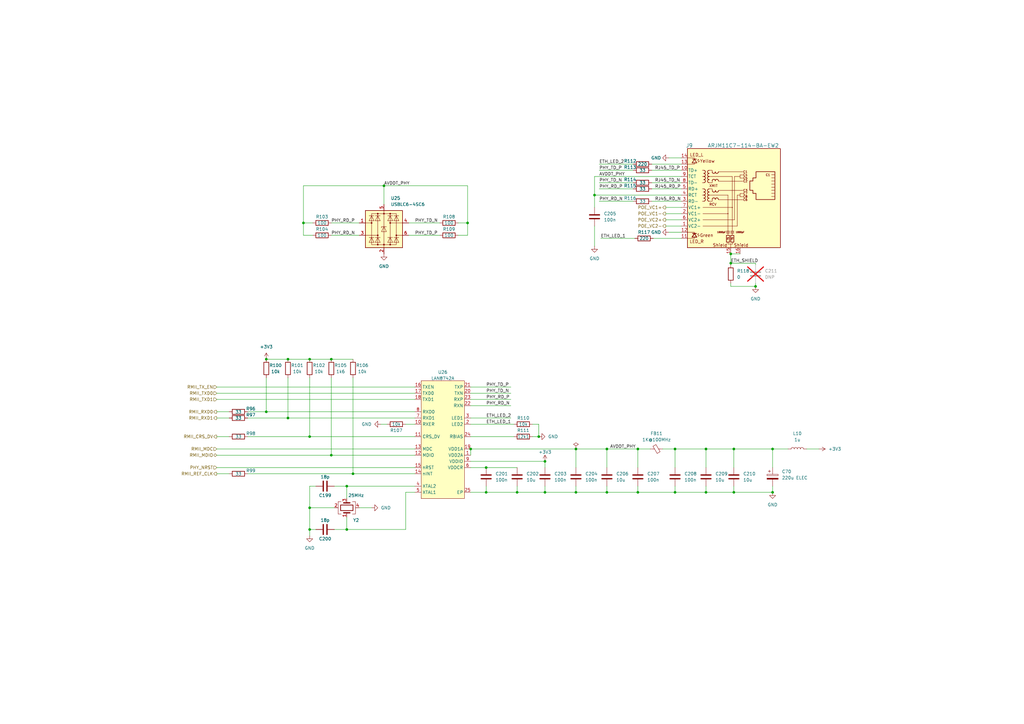
<source format=kicad_sch>
(kicad_sch (version 20230121) (generator eeschema)
  (paper "A3")
  (title_block (title "Ethernet") (date "2023-11-27") (rev "r0_3") (company "M-Labs Limited") (comment 1 "Linus Woo Chun Kit"))
  (lib_symbols
    (symbol "Device:C" (pin_numbers hide) (pin_names (offset 0.254))
      (property "Reference" "C" (at 0.635 2.54 0))
      (property "Value" "C" (at 0.635 -2.54 0))
      (symbol "C_0_1"
        (polyline (pts (xy -2.032 -0.762) (xy 2.032 -0.762)) (stroke (width 0.508)))
        (polyline (pts (xy -2.032 0.762) (xy 2.032 0.762)) (stroke (width 0.508)))
      )
      (symbol "C_1_1"
        (pin passive line (at 0 3.81 270) (length 2.794) (name "~") (number "1"))
        (pin passive line (at 0 -3.81 90) (length 2.794) (name "~") (number "2"))
      )
    )
    (symbol "Device:C_Polarized" (pin_numbers hide) (pin_names (offset 0.254))
      (property "Reference" "C" (at 0.635 2.54 0))
      (property "Value" "C_Polarized" (at 0.635 -2.54 0))
      (symbol "C_Polarized_0_1"
        (rectangle (start -2.286 0.508) (end 2.286 1.016))
        (polyline (pts (xy -1.778 2.286) (xy -0.762 2.286)))
        (polyline (pts (xy -1.27 2.794) (xy -1.27 1.778)))
        (rectangle (start 2.286 -0.508) (end -2.286 -1.016) (fill (type outline)))
      )
      (symbol "C_Polarized_1_1"
        (pin passive line (at 0 3.81 270) (length 2.794) (name "~") (number "1"))
        (pin passive line (at 0 -3.81 90) (length 2.794) (name "~") (number "2"))
      )
    )
    (symbol "Device:Crystal_GND24" (pin_names (offset 1.016) hide)
      (property "Reference" "Y" (at 3.175 5.08 0))
      (property "Value" "Crystal_GND24" (at 3.175 3.175 0))
      (symbol "Crystal_GND24_0_1"
        (rectangle (start -1.143 2.54) (end 1.143 -2.54) (stroke (width 0.3048)))
        (polyline (pts (xy -2.54 0) (xy -2.032 0)))
        (polyline (pts (xy -2.032 -1.27) (xy -2.032 1.27)) (stroke (width 0.508)))
        (polyline (pts (xy 0 -3.81) (xy 0 -3.556)))
        (polyline (pts (xy 0 3.556) (xy 0 3.81)))
        (polyline (pts (xy 2.032 -1.27) (xy 2.032 1.27)) (stroke (width 0.508)))
        (polyline (pts (xy 2.032 0) (xy 2.54 0)))
        (polyline (pts (xy -2.54 -2.286) (xy -2.54 -3.556) (xy 2.54 -3.556) (xy 2.54 -2.286)))
        (polyline (pts (xy -2.54 2.286) (xy -2.54 3.556) (xy 2.54 3.556) (xy 2.54 2.286)))
      )
      (symbol "Crystal_GND24_1_1"
        (pin passive line (at -3.81 0 0) (length 1.27) (name "1") (number "1"))
        (pin passive line (at 0 5.08 270) (length 1.27) (name "2") (number "2"))
        (pin passive line (at 3.81 0 180) (length 1.27) (name "3") (number "3"))
        (pin passive line (at 0 -5.08 90) (length 1.27) (name "4") (number "4"))
      )
    )
    (symbol "Device:FerriteBead_Small" (pin_numbers hide) (pin_names (offset 0))
      (property "Reference" "FB" (at 1.905 1.27 0))
      (property "Value" "FerriteBead_Small" (at 1.905 -1.27 0))
      (symbol "FerriteBead_Small_0_1"
        (polyline (pts (xy 0 -1.27) (xy 0 -0.7874)))
        (polyline (pts (xy 0 0.889) (xy 0 1.2954)))
        (polyline (pts (xy -1.8288 0.2794) (xy -1.1176 1.4986) (xy 1.8288 -0.2032) (xy 1.1176 -1.4224) (xy -1.8288 0.2794)))
      )
      (symbol "FerriteBead_Small_1_1"
        (pin passive line (at 0 2.54 270) (length 1.27) (name "~") (number "1"))
        (pin passive line (at 0 -2.54 90) (length 1.27) (name "~") (number "2"))
      )
    )
    (symbol "Device:L" (pin_numbers hide) (pin_names (offset 1.016) hide)
      (property "Reference" "L" (at -1.27 0 90))
      (property "Value" "L" (at 1.905 0 90))
      (symbol "L_0_1"
        (arc (start 0 -2.54) (mid 0.6323 -1.905) (end 0 -1.27))
        (arc (start 0 -1.27) (mid 0.6323 -0.635) (end 0 0))
        (arc (start 0 0) (mid 0.6323 0.635) (end 0 1.27))
        (arc (start 0 1.27) (mid 0.6323 1.905) (end 0 2.54))
      )
      (symbol "L_1_1"
        (pin passive line (at 0 3.81 270) (length 1.27) (name "1") (number "1"))
        (pin passive line (at 0 -3.81 90) (length 1.27) (name "2") (number "2"))
      )
    )
    (symbol "Device:R" (pin_numbers hide) (pin_names (offset 0))
      (property "Reference" "R" (at 2.032 0 90))
      (property "Value" "R" (at 0 0 90))
      (symbol "R_0_1"
        (rectangle (start -1.016 -2.54) (end 1.016 2.54) (stroke (width 0.254)))
      )
      (symbol "R_1_1"
        (pin passive line (at 0 3.81 270) (length 1.27) (name "~") (number "1"))
        (pin passive line (at 0 -3.81 90) (length 1.27) (name "~") (number "2"))
      )
    )
    (symbol "Power_Protection:USBLC6-4SC6" (pin_names hide)
      (property "Reference" "U" (at 2.54 8.89 0))
      (property "Value" "USBLC6-4SC6" (at 2.54 -8.89 0))
      (symbol "USBLC6-4SC6_0_1"
        (rectangle (start -7.62 -7.62) (end 7.62 7.62) (stroke (width 0.254)) (fill (type background)))
        (circle (center -5.08 2.54) (radius 0.254) (fill (type outline)))
        (circle (center -2.54 -6.35) (radius 0.254) (fill (type outline)))
        (circle (center -2.54 -2.54) (radius 0.254) (fill (type outline)))
        (circle (center -2.54 6.35) (radius 0.254) (fill (type outline)))
        (rectangle (start -2.54 6.35) (end 2.54 -6.35))
        (circle (center 0 -6.35) (radius 0.254) (fill (type outline)))
        (polyline (pts (xy -5.08 2.54) (xy -7.62 2.54)))
        (polyline (pts (xy -4.064 -3.429) (xy -6.096 -3.429)))
        (polyline (pts (xy -4.064 5.461) (xy -6.096 5.461)))
        (polyline (pts (xy -2.54 -2.54) (xy -7.62 -2.54)))
        (polyline (pts (xy -1.524 -3.429) (xy -3.556 -3.429)))
        (polyline (pts (xy -1.524 5.461) (xy -3.556 5.461)))
        (polyline (pts (xy 0 -7.62) (xy 0 -6.35)))
        (polyline (pts (xy 0 -6.35) (xy 0 1.27)))
        (polyline (pts (xy 0 1.27) (xy 0 6.35)))
        (polyline (pts (xy 0 6.35) (xy 0 7.62)))
        (polyline (pts (xy 1.524 -3.429) (xy 3.556 -3.429)))
        (polyline (pts (xy 1.524 5.461) (xy 3.556 5.461)))
        (polyline (pts (xy 2.54 2.54) (xy 7.62 2.54)))
        (polyline (pts (xy 4.064 -3.429) (xy 6.096 -3.429)))
        (polyline (pts (xy 4.064 5.461) (xy 6.096 5.461)))
        (polyline (pts (xy 5.08 -2.54) (xy 7.62 -2.54)))
        (polyline (pts (xy -6.096 -5.461) (xy -4.064 -5.461) (xy -5.08 -3.429) (xy -6.096 -5.461)))
        (polyline (pts (xy -6.096 3.429) (xy -4.064 3.429) (xy -5.08 5.461) (xy -6.096 3.429)))
        (polyline (pts (xy -3.556 -5.461) (xy -1.524 -5.461) (xy -2.54 -3.429) (xy -3.556 -5.461)))
        (polyline (pts (xy -3.556 3.429) (xy -1.524 3.429) (xy -2.54 5.461) (xy -3.556 3.429)))
        (polyline (pts (xy -2.54 6.35) (xy -5.08 6.35) (xy -5.08 -6.35) (xy -2.54 -6.35)))
        (polyline (pts (xy -1.016 -1.016) (xy 1.016 -1.016) (xy 0 1.016) (xy -1.016 -1.016)))
        (polyline (pts (xy 1.016 1.016) (xy 0.762 1.016) (xy -1.016 1.016) (xy -1.016 0.508)))
        (polyline (pts (xy 2.54 6.35) (xy 5.08 6.35) (xy 5.08 -6.35) (xy 2.54 -6.35)))
        (polyline (pts (xy 3.556 -5.461) (xy 1.524 -5.461) (xy 2.54 -3.429) (xy 3.556 -5.461)))
        (polyline (pts (xy 3.556 3.429) (xy 1.524 3.429) (xy 2.54 5.461) (xy 3.556 3.429)))
        (polyline (pts (xy 6.096 -5.461) (xy 4.064 -5.461) (xy 5.08 -3.429) (xy 6.096 -5.461)))
        (polyline (pts (xy 6.096 3.429) (xy 4.064 3.429) (xy 5.08 5.461) (xy 6.096 3.429)))
        (circle (center 0 6.35) (radius 0.254) (fill (type outline)))
        (circle (center 2.54 -6.35) (radius 0.254) (fill (type outline)))
        (circle (center 2.54 2.54) (radius 0.254) (fill (type outline)))
        (circle (center 2.54 6.35) (radius 0.254) (fill (type outline)))
        (circle (center 5.08 -2.54) (radius 0.254) (fill (type outline)))
      )
      (symbol "USBLC6-4SC6_1_1"
        (pin passive line (at -10.16 2.54 0) (length 2.54) (name "I/O1") (number "1"))
        (pin passive line (at 0 -10.16 90) (length 2.54) (name "GND") (number "2"))
        (pin passive line (at -10.16 -2.54 0) (length 2.54) (name "I/O2") (number "3"))
        (pin passive line (at 10.16 2.54 180) (length 2.54) (name "I/O3") (number "4"))
        (pin passive line (at 0 10.16 270) (length 2.54) (name "VBUS") (number "5"))
        (pin passive line (at 10.16 -2.54 180) (length 2.54) (name "I/O4") (number "6"))
      )
    )
    (symbol "kirdy:LAN8742A"
      (property "Reference" "U" (at 0 -30.48 0))
      (property "Value" "LAN8742A" (at 0 -27.94 0))
      (symbol "LAN8742A_0_0"
        (pin power_in line (at 10.16 -7.62 180) (length 2.54) (name "VDD2A") (number "1"))
        (pin bidirectional line (at -12.7 5.08 0) (length 2.54) (name "RXER") (number "10"))
        (pin output line (at -12.7 0 0) (length 2.54) (name "CRS_DV") (number "11"))
        (pin bidirectional line (at -12.7 -7.62 0) (length 2.54) (name "MDIO") (number "12"))
        (pin input line (at -12.7 -5.08 0) (length 2.54) (name "MDC") (number "13"))
        (pin output line (at -12.7 -15.24 0) (length 2.54) (name "nINT") (number "14"))
        (pin input line (at -12.7 -12.7 0) (length 2.54) (name "nRST") (number "15"))
        (pin input line (at -12.7 20.32 0) (length 2.54) (name "TXEN") (number "16"))
        (pin input line (at -12.7 17.78 0) (length 2.54) (name "TXD0") (number "17"))
        (pin input line (at -12.7 15.24 0) (length 2.54) (name "TXD1") (number "18"))
        (pin power_in line (at 10.16 -5.08 180) (length 2.54) (name "VDD1A") (number "19"))
        (pin output line (at 10.16 5.08 180) (length 2.54) (name "LED2") (number "2"))
        (pin bidirectional line (at 10.16 17.78 180) (length 2.54) (name "TXN") (number "20"))
        (pin bidirectional line (at 10.16 20.32 180) (length 2.54) (name "TXP") (number "21"))
        (pin bidirectional line (at 10.16 12.7 180) (length 2.54) (name "RXN") (number "22"))
        (pin bidirectional line (at 10.16 15.24 180) (length 2.54) (name "RXP") (number "23"))
        (pin passive line (at 10.16 0 180) (length 2.54) (name "RBIAS") (number "24"))
        (pin power_in line (at 10.16 -22.86 180) (length 2.54) (name "EP") (number "25"))
        (pin output line (at 10.16 7.62 180) (length 2.54) (name "LED1") (number "3"))
        (pin input line (at -12.7 -20.32 0) (length 2.54) (name "XTAL2") (number "4"))
        (pin input line (at -12.7 -22.86 0) (length 2.54) (name "XTAL1") (number "5"))
        (pin passive line (at 10.16 -12.7 180) (length 2.54) (name "VDDCR") (number "6"))
        (pin output line (at -12.7 7.62 0) (length 2.54) (name "RXD1") (number "7"))
        (pin output line (at -12.7 10.16 0) (length 2.54) (name "RXD0") (number "8"))
        (pin power_in line (at 10.16 -10.16 180) (length 2.54) (name "VDDIO") (number "9"))
      )
      (symbol "LAN8742A_0_1"
        (rectangle (start -10.16 22.86) (end 7.62 -25.4) (fill (type background)))
      )
    )
    (symbol "kirdy:RJ45_ARJM11C7-114-BA-EW2" (pin_names (offset 0.254))
      (property "Reference" "J" (at 1.27 1.27 0))
      (property "Value" "ARJM11C7-114-BA-EW2" (at 24.13 1.27 0))
      (property "MFR_PN" "ARJM11C7-114-BA-EW2" (at 0 0 0))
      (symbol "RJ45_ARJM11C7-114-BA-EW2_0_0"
        (polyline (pts (xy 17.272 -34.544) (xy 16.002 -34.544)) (stroke (width 0.254)))
        (polyline (pts (xy 17.272 -33.909) (xy 16.002 -33.909)) (stroke (width 0.254)))
        (polyline (pts (xy 19.05 -34.544) (xy 17.78 -34.544)) (stroke (width 0.254)))
        (polyline (pts (xy 19.05 -33.909) (xy 17.78 -33.909)) (stroke (width 0.254)))
        (polyline (pts (xy 0 -36.83) (xy 2.921 -36.83) (xy 2.921 -36.322)))
        (polyline (pts (xy 0 -6.35) (xy 2.921 -6.35) (xy 2.921 -5.842)))
        (polyline (pts (xy 2.921 -34.925) (xy 2.921 -34.29) (xy 0 -34.29)))
        (polyline (pts (xy 2.921 -4.445) (xy 2.921 -3.81) (xy 0 -3.81)))
        (polyline (pts (xy 16.637 -38.481) (xy 16.637 -39.116) (xy 18.542 -39.116) (xy 18.542 -38.481)))
        (text "C1" (at 23.749 -9.525 0) (effects (font (size 0.889 0.889))))
        (text "C1" (at 33.02 -10.795 0) (effects (font (size 0.889 0.889))))
        (text "C2" (at 23.749 -13.335 0) (effects (font (size 0.889 0.889))))
        (text "C3" (at 23.749 -17.145 0) (effects (font (size 0.889 0.889))))
        (text "C4" (at 23.749 -10.795 0) (effects (font (size 0.889 0.889))))
        (text "C5" (at 23.749 -12.065 0) (effects (font (size 0.889 0.889))))
        (text "C6" (at 23.749 -20.955 0) (effects (font (size 0.889 0.889))))
        (text "C7" (at 23.749 -18.415 0) (effects (font (size 0.889 0.889))))
        (text "C8" (at 23.749 -19.685 0) (effects (font (size 0.889 0.889))))
        (text "RCV" (at 8.89 -22.86 0) (effects (font (size 1.016 1.016)) (justify left)))
        (text "XMIT" (at 8.89 -15.24 0) (effects (font (size 1.016 1.016)) (justify left)))
      )
      (symbol "RJ45_ARJM11C7-114-BA-EW2_0_1"
        (polyline (pts (xy 6.35 -31.75) (xy 20.447 -31.75)))
        (polyline (pts (xy 6.35 -29.21) (xy 19.304 -29.21)))
        (polyline (pts (xy 6.35 -26.67) (xy 16.637 -26.67)))
        (polyline (pts (xy 6.35 -24.13) (xy 18.415 -24.13)))
        (polyline (pts (xy 6.7337 -21.59) (xy 6.0987 -21.59)))
        (polyline (pts (xy 6.7337 -19.05) (xy 6.0987 -19.05)))
        (polyline (pts (xy 6.7337 -16.51) (xy 6.0987 -16.51)))
        (polyline (pts (xy 6.7337 -13.97) (xy 6.0987 -13.97)))
        (polyline (pts (xy 6.7337 -11.43) (xy 6.0987 -11.43)))
        (polyline (pts (xy 6.7337 -8.89) (xy 6.0987 -8.89)))
        (polyline (pts (xy 12.7 -20.955) (xy 22.733 -20.955)))
        (polyline (pts (xy 12.7 -13.335) (xy 22.733 -13.335)))
        (polyline (pts (xy 12.7 -9.525) (xy 22.733 -9.525)))
        (polyline (pts (xy 12.827 -17.145) (xy 22.733 -17.145)))
        (polyline (pts (xy 16.637 -35.433) (xy 16.637 -34.671)))
        (polyline (pts (xy 16.637 -33.909) (xy 16.637 -19.05)))
        (polyline (pts (xy 16.637 -19.05) (xy 8.89 -19.05)))
        (polyline (pts (xy 18.415 -35.433) (xy 18.415 -34.671)))
        (polyline (pts (xy 18.415 -33.909) (xy 18.415 -11.43)))
        (polyline (pts (xy 18.415 -24.13) (xy 18.415 -24.13)))
        (polyline (pts (xy 18.415 -11.43) (xy 8.89 -11.43)))
        (polyline (pts (xy 19.304 -11.43) (xy 19.304 -29.21)))
        (polyline (pts (xy 20.447 -19.05) (xy 20.447 -31.75)))
        (polyline (pts (xy 21.59 -19.685) (xy 21.59 -18.415)))
        (polyline (pts (xy 21.59 -19.05) (xy 20.447 -19.05)))
        (polyline (pts (xy 21.59 -12.065) (xy 21.59 -10.795)))
        (polyline (pts (xy 21.59 -11.43) (xy 19.304 -11.43)))
        (polyline (pts (xy 22.733 -19.685) (xy 21.59 -19.685)))
        (polyline (pts (xy 22.733 -18.415) (xy 21.59 -18.415)))
        (polyline (pts (xy 22.733 -12.065) (xy 21.59 -12.065)))
        (polyline (pts (xy 22.733 -10.795) (xy 21.59 -10.795)))
        (polyline (pts (xy 34.4805 -19.6215) (xy 35.7505 -19.6215)))
        (polyline (pts (xy 34.4805 -18.3515) (xy 35.7505 -18.3515)))
        (polyline (pts (xy 34.4805 -10.7315) (xy 35.7505 -10.7315)))
        (polyline (pts (xy 35.7505 -17.0815) (xy 34.4805 -17.0815)))
        (polyline (pts (xy 35.7505 -15.8115) (xy 34.4805 -15.8115)))
        (polyline (pts (xy 35.7505 -14.5415) (xy 34.4805 -14.5415)))
        (polyline (pts (xy 35.7505 -13.2715) (xy 34.4805 -13.2715)))
        (polyline (pts (xy 35.7505 -12.0015) (xy 34.4805 -12.0015)))
        (polyline (pts (xy 8.89 -16.51) (xy 10.16 -16.51) (xy 10.16 -17.145)))
        (polyline (pts (xy 8.89 -8.89) (xy 10.16 -8.89) (xy 10.16 -9.525)))
        (polyline (pts (xy 10.16 -20.955) (xy 10.16 -21.59) (xy 8.89 -21.59)))
        (polyline (pts (xy 10.16 -13.335) (xy 10.16 -13.97) (xy 8.89 -13.97)))
        (rectangle (start 0 0) (end 38.1 -40.64) (stroke (width 0.254)) (fill (type background)))
        (circle (center 16.637 -26.67) (radius 0.127))
        (circle (center 18.415 -24.13) (radius 0.127))
      )
      (symbol "RJ45_ARJM11C7-114-BA-EW2_1_0"
        (text "1000pF" (at 13.97 -34.29 0) (effects (font (size 0.635 0.635))))
        (text "1000pF" (at 21.59 -34.29 0) (effects (font (size 0.635 0.635))))
      )
      (symbol "RJ45_ARJM11C7-114-BA-EW2_1_1"
        (polyline (pts (xy 3.6576 -34.798) (xy 2.1336 -34.798)) (stroke (width 0.254)))
        (polyline (pts (xy 3.683 -34.798) (xy 2.159 -34.798)) (stroke (width 0.254)))
        (polyline (pts (xy 3.683 -4.318) (xy 2.159 -4.318)) (stroke (width 0.254)))
        (polyline (pts (xy 4.5466 -34.925) (xy 4.5466 -35.179)))
        (polyline (pts (xy 4.572 -4.445) (xy 4.572 -4.699)))
        (polyline (pts (xy 4.8006 -35.56) (xy 4.8006 -35.814)))
        (polyline (pts (xy 4.826 -5.08) (xy 4.826 -5.334)))
        (polyline (pts (xy 17.8054 -40.64) (xy 17.8054 -39.116)))
        (polyline (pts (xy 4.0386 -35.433) (xy 4.5466 -34.925) (xy 4.2926 -34.925)))
        (polyline (pts (xy 4.064 -4.953) (xy 4.572 -4.445) (xy 4.318 -4.445)))
        (polyline (pts (xy 4.2926 -36.068) (xy 4.8006 -35.56) (xy 4.5466 -35.56)))
        (polyline (pts (xy 4.318 -5.588) (xy 4.826 -5.08) (xy 4.572 -5.08)))
        (polyline (pts (xy 3.7846 -36.322) (xy 1.8796 -36.322) (xy 2.8956 -34.798) (xy 3.7846 -36.322)) (stroke (width 0.254)))
        (polyline (pts (xy 3.81 -36.322) (xy 1.905 -36.322) (xy 2.921 -34.798) (xy 3.81 -36.322)) (stroke (width 0.254)))
        (polyline (pts (xy 3.81 -5.842) (xy 1.905 -5.842) (xy 2.921 -4.318) (xy 3.81 -5.842)) (stroke (width 0.254)))
        (polyline (pts (xy 35.8775 -9.4615) (xy 35.8775 -20.8915) (xy 28.1305 -20.8915) (xy 28.1305 -18.3515) (xy 26.8605 -18.3515) (xy 26.8605 -17.0815) (xy 25.5905 -17.0815) (xy 25.5905 -13.2715) (xy 26.8605 -13.2715) (xy 26.8605 -12.0015) (xy 28.1305 -12.0015) (xy 28.1305 -9.4615) (xy 35.8775 -9.4615)) (stroke (width 0.254)))
        (arc (start 6.7337 -17.78) (mid 7.366 -17.145) (end 6.7337 -16.51) (stroke (width 0.254)))
        (arc (start 6.7364 -21.59) (mid 7.3687 -20.955) (end 6.7364 -20.32) (stroke (width 0.254)))
        (arc (start 6.7364 -20.32) (mid 7.3687 -19.685) (end 6.7364 -19.05) (stroke (width 0.254)))
        (arc (start 6.7364 -19.05) (mid 7.3687 -18.415) (end 6.7364 -17.78) (stroke (width 0.254)))
        (arc (start 6.7364 -10.16) (mid 7.3687 -9.525) (end 6.7364 -8.89) (stroke (width 0.254)))
        (arc (start 6.7391 -13.97) (mid 7.3714 -13.335) (end 6.7391 -12.7) (stroke (width 0.254)))
        (arc (start 6.7391 -12.7) (mid 7.3714 -12.065) (end 6.7391 -11.43) (stroke (width 0.254)))
        (arc (start 6.7391 -11.43) (mid 7.3714 -10.795) (end 6.7391 -10.16) (stroke (width 0.254)))
        (arc (start 8.8846 -19.05) (mid 8.2523 -19.685) (end 8.8846 -20.32) (stroke (width 0.254)))
        (arc (start 8.8846 -17.78) (mid 8.2523 -18.415) (end 8.8846 -19.05) (stroke (width 0.254)))
        (arc (start 8.8846 -16.51) (mid 8.2523 -17.145) (end 8.8846 -17.78) (stroke (width 0.254)))
        (arc (start 8.8846 -11.43) (mid 8.2523 -12.065) (end 8.8846 -12.7) (stroke (width 0.254)))
        (arc (start 8.8846 -10.16) (mid 8.2523 -10.795) (end 8.8846 -11.43) (stroke (width 0.254)))
        (arc (start 8.8846 -8.89) (mid 8.2523 -9.525) (end 8.8846 -10.16) (stroke (width 0.254)))
        (arc (start 8.8873 -20.32) (mid 8.255 -20.955) (end 8.8873 -21.59) (stroke (width 0.254)))
        (arc (start 8.8873 -12.7) (mid 8.255 -13.335) (end 8.8873 -13.97) (stroke (width 0.254)))
        (arc (start 10.16 -9.5277) (mid 10.795 -10.16) (end 11.43 -9.5277) (stroke (width 0.254)))
        (arc (start 10.2235 -17.2112) (mid 10.8585 -17.8435) (end 11.4935 -17.2112) (stroke (width 0.254)))
        (arc (start 11.43 -20.8253) (mid 10.795 -20.193) (end 10.16 -20.8253) (stroke (width 0.254)))
        (arc (start 11.43 -13.2053) (mid 10.795 -12.573) (end 10.16 -13.2053) (stroke (width 0.254)))
        (arc (start 11.43 -9.525) (mid 12.065 -10.1573) (end 12.7 -9.525) (stroke (width 0.254)))
        (arc (start 11.4935 -17.2085) (mid 12.1285 -17.8408) (end 12.7635 -17.2085) (stroke (width 0.254)))
        (arc (start 12.7 -20.8226) (mid 12.065 -20.1903) (end 11.43 -20.8226) (stroke (width 0.254)))
        (arc (start 12.7 -13.2026) (mid 12.065 -12.5703) (end 11.43 -13.2026) (stroke (width 0.254)))
        (rectangle (start 16.002 -38.354) (end 17.272 -35.56) (stroke (width 0.254)))
        (rectangle (start 17.78 -38.354) (end 19.05 -35.56) (stroke (width 0.254)))
        (text "75" (at 16.637 -36.957 900) (effects (font (size 0.635 0.635))))
        (text "75" (at 18.415 -36.957 900) (effects (font (size 0.635 0.635))))
        (text "Green" (at 5.08 -35.56 0) (effects (font (size 1.27 1.27)) (justify left)))
        (text "LED_L" (at 3.81 -2.54 0) (effects (font (size 1.27 1.27))))
        (text "LED_R" (at 3.81 -38.1 0) (effects (font (size 1.27 1.27))))
        (text "Shield" (at 13.3858 -39.5986 0) (effects (font (size 1.27 1.27))))
        (text "Shield" (at 22.0218 -39.5986 0) (effects (font (size 1.27 1.27))))
        (text "Yellow" (at 5.08 -5.08 0) (effects (font (size 1.27 1.27)) (justify left)))
        (pin power_out line (at -2.54 -31.75 0) (length 2.54) (name "VC2-") (number "1"))
        (pin passive line (at -2.54 -8.89 0) (length 2.54) (name "TD+") (number "10"))
        (pin passive line (at -2.54 -36.83 0) (length 2.54) (name "") (number "11"))
        (pin passive line (at -2.54 -34.29 0) (length 2.54) (name "") (number "12"))
        (pin passive line (at -2.54 -6.35 0) (length 2.54) (name "") (number "13"))
        (pin passive line (at -2.54 -3.81 0) (length 2.54) (name "") (number "14"))
        (pin passive line (at 17.78 -43.18 90) (length 2.54) (name "") (number "15"))
        (pin passive line (at 21.59 -43.18 90) (length 2.54) (name "") (number "16"))
        (pin power_out line (at -2.54 -26.67 0) (length 2.54) (name "VC1-") (number "2"))
        (pin passive line (at -2.54 -21.59 0) (length 2.54) (name "RD-") (number "3"))
        (pin passive line (at -2.54 -19.05 0) (length 2.54) (name "RCT") (number "4"))
        (pin passive line (at -2.54 -16.51 0) (length 2.54) (name "RD+") (number "5"))
        (pin power_out line (at -2.54 -29.21 0) (length 2.54) (name "VC2+") (number "6"))
        (pin power_out line (at -2.54 -24.13 0) (length 2.54) (name "VC1+") (number "7"))
        (pin no_connect line (at 22.86 -13.97 180) (length 0) hide (name "NC") (number "8"))
        (pin passive line (at -2.54 -13.97 0) (length 2.54) (name "TD-") (number "8"))
        (pin passive line (at -2.54 -11.43 0) (length 2.54) (name "TCT") (number "9"))
      )
    )
    (symbol "power:+3V3" (power) (pin_names (offset 0))
      (property "Value" "+3V3" (at 0 3.556 0))
      (symbol "+3V3_0_1"
        (polyline (pts (xy -0.762 1.27) (xy 0 2.54)))
        (polyline (pts (xy 0 0) (xy 0 2.54)))
        (polyline (pts (xy 0 2.54) (xy 0.762 1.27)))
      )
      (symbol "+3V3_1_1"
        (pin power_in line (at 0 0 90) (length 0) hide (name "+3V3") (number "1"))
      )
    )
    (symbol "power:GND" (power) (pin_names (offset 0))
      (property "Value" "GND" (at 0 -3.81 0))
      (symbol "GND_0_1"
        (polyline (pts (xy 0 0) (xy 0 -1.27) (xy 1.27 -1.27) (xy 0 -2.54) (xy -1.27 -1.27) (xy 0 -1.27)))
      )
      (symbol "GND_1_1"
        (pin power_in line (at 0 0 270) (length 0) hide (name "GND") (number "1"))
      )
    )
    (symbol "power:PWR_FLAG" (power) (pin_numbers hide) (pin_names (offset 0) hide)
      (property "Value" "PWR_FLAG" (at 0 3.81 0))
      (symbol "PWR_FLAG_0_0"
        (pin power_out line (at 0 0 90) (length 0) (name "pwr") (number "1"))
      )
      (symbol "PWR_FLAG_0_1"
        (polyline (pts (xy 0 0) (xy 0 1.27) (xy -1.016 1.905) (xy 0 2.54) (xy 1.016 1.905) (xy 0 1.27)))
      )
    )
  )
  (junction (at 316.865 184.15))
  (junction (at 223.52 201.93))
  (junction (at 127 217.17))
  (junction (at 157.48 76.2))
  (junction (at 109.22 168.91))
  (junction (at 300.99 201.93))
  (junction (at 135.89 147.32))
  (junction (at 191.77 91.44))
  (junction (at 300.99 184.15))
  (junction (at 236.22 184.15))
  (junction (at 135.89 186.69))
  (junction (at 212.09 201.93))
  (junction (at 248.92 184.15))
  (junction (at 127 147.32))
  (junction (at 109.22 147.32))
  (junction (at 289.56 184.15))
  (junction (at 118.11 171.45))
  (junction (at 144.78 194.31))
  (junction (at 316.865 201.93))
  (junction (at 220.98 179.07))
  (junction (at 309.88 117.475))
  (junction (at 236.22 201.93))
  (junction (at 276.86 201.93))
  (junction (at 199.39 201.93))
  (junction (at 127 208.28))
  (junction (at 261.62 201.93))
  (junction (at 142.24 217.17))
  (junction (at 199.39 191.77))
  (junction (at 299.72 107.95))
  (junction (at 276.86 184.15))
  (junction (at 243.84 80.01))
  (junction (at 127 179.07))
  (junction (at 261.62 184.15))
  (junction (at 248.92 201.93))
  (junction (at 223.52 189.23))
  (junction (at 124.46 91.44))
  (junction (at 118.11 147.32))
  (junction (at 142.24 199.39))
  (junction (at 193.04 184.15))
  (junction (at 289.56 201.93))
  (junction (at 299.72 104.14))
  (wire (pts (xy 127 147.32) (xy 135.89 147.32)))
  (wire (pts (xy 289.56 184.15) (xy 300.99 184.15)))
  (wire (pts (xy 273.05 92.71) (xy 279.4 92.71)))
  (wire (pts (xy 276.86 184.15) (xy 289.56 184.15)))
  (wire (pts (xy 88.9 186.69) (xy 135.89 186.69)))
  (wire (pts (xy 212.09 199.39) (xy 212.09 201.93)))
  (wire (pts (xy 273.05 90.17) (xy 279.4 90.17)))
  (wire (pts (xy 246.38 97.79) (xy 260.35 97.79)))
  (wire (pts (xy 191.77 91.44) (xy 187.96 91.44)))
  (wire (pts (xy 124.46 76.2) (xy 157.48 76.2)))
  (wire (pts (xy 236.22 199.39) (xy 236.22 201.93)))
  (wire (pts (xy 245.745 77.47) (xy 259.715 77.47)))
  (wire (pts (xy 193.04 179.07) (xy 210.82 179.07)))
  (wire (pts (xy 220.98 173.99) (xy 220.98 179.07)))
  (wire (pts (xy 191.77 91.44) (xy 191.77 76.2)))
  (wire (pts (xy 193.04 166.37) (xy 209.55 166.37)))
  (wire (pts (xy 88.9 168.91) (xy 93.98 168.91)))
  (wire (pts (xy 191.77 96.52) (xy 187.96 96.52)))
  (wire (pts (xy 236.22 201.93) (xy 248.92 201.93)))
  (wire (pts (xy 245.745 69.85) (xy 259.715 69.85)))
  (wire (pts (xy 109.22 154.94) (xy 109.22 168.91)))
  (wire (pts (xy 88.9 171.45) (xy 93.98 171.45)))
  (wire (pts (xy 243.84 72.39) (xy 243.84 80.01)))
  (wire (pts (xy 245.745 82.55) (xy 259.715 82.55)))
  (wire (pts (xy 135.89 96.52) (xy 147.32 96.52)))
  (wire (pts (xy 127 154.94) (xy 127 179.07)))
  (wire (pts (xy 300.99 199.39) (xy 300.99 201.93)))
  (wire (pts (xy 330.835 184.15) (xy 335.915 184.15)))
  (wire (pts (xy 289.56 201.93) (xy 276.86 201.93)))
  (wire (pts (xy 127 208.28) (xy 137.16 208.28)))
  (wire (pts (xy 166.37 201.93) (xy 170.18 201.93)))
  (wire (pts (xy 273.05 85.09) (xy 279.4 85.09)))
  (wire (pts (xy 309.88 116.205) (xy 309.88 117.475)))
  (wire (pts (xy 137.16 217.17) (xy 142.24 217.17)))
  (wire (pts (xy 316.865 199.39) (xy 316.865 201.93)))
  (wire (pts (xy 267.97 97.79) (xy 279.4 97.79)))
  (wire (pts (xy 127 208.28) (xy 127 199.39)))
  (wire (pts (xy 316.865 184.15) (xy 316.865 191.77)))
  (wire (pts (xy 135.89 91.44) (xy 147.32 91.44)))
  (wire (pts (xy 199.39 191.77) (xy 212.09 191.77)))
  (wire (pts (xy 142.24 199.39) (xy 170.18 199.39)))
  (wire (pts (xy 144.78 194.31) (xy 170.18 194.31)))
  (wire (pts (xy 193.04 184.15) (xy 193.04 186.69)))
  (wire (pts (xy 147.32 208.28) (xy 152.4 208.28)))
  (wire (pts (xy 261.62 184.15) (xy 261.62 191.77)))
  (wire (pts (xy 199.39 201.93) (xy 212.09 201.93)))
  (wire (pts (xy 289.56 199.39) (xy 289.56 201.93)))
  (wire (pts (xy 223.52 201.93) (xy 236.22 201.93)))
  (wire (pts (xy 267.335 67.31) (xy 279.4 67.31)))
  (wire (pts (xy 118.11 171.45) (xy 170.18 171.45)))
  (wire (pts (xy 248.92 199.39) (xy 248.92 201.93)))
  (wire (pts (xy 88.9 194.31) (xy 93.98 194.31)))
  (wire (pts (xy 101.6 179.07) (xy 127 179.07)))
  (wire (pts (xy 218.44 179.07) (xy 220.98 179.07)))
  (wire (pts (xy 127 219.71) (xy 127 217.17)))
  (wire (pts (xy 261.62 201.93) (xy 261.62 199.39)))
  (wire (pts (xy 193.04 158.75) (xy 209.55 158.75)))
  (wire (pts (xy 261.62 184.15) (xy 266.7 184.15)))
  (wire (pts (xy 88.9 184.15) (xy 170.18 184.15)))
  (wire (pts (xy 223.52 199.39) (xy 223.52 201.93)))
  (wire (pts (xy 248.92 184.15) (xy 261.62 184.15)))
  (wire (pts (xy 193.04 184.15) (xy 236.22 184.15)))
  (wire (pts (xy 274.32 64.77) (xy 279.4 64.77)))
  (wire (pts (xy 144.78 154.94) (xy 144.78 194.31)))
  (wire (pts (xy 88.9 179.07) (xy 93.98 179.07)))
  (wire (pts (xy 193.04 191.77) (xy 199.39 191.77)))
  (wire (pts (xy 88.9 191.77) (xy 170.18 191.77)))
  (wire (pts (xy 157.48 76.2) (xy 191.77 76.2)))
  (wire (pts (xy 276.86 184.15) (xy 276.86 191.77)))
  (wire (pts (xy 88.9 158.75) (xy 170.18 158.75)))
  (wire (pts (xy 193.04 201.93) (xy 199.39 201.93)))
  (wire (pts (xy 166.37 173.99) (xy 170.18 173.99)))
  (wire (pts (xy 193.04 173.99) (xy 210.82 173.99)))
  (wire (pts (xy 127 217.17) (xy 129.54 217.17)))
  (wire (pts (xy 218.44 173.99) (xy 220.98 173.99)))
  (wire (pts (xy 289.56 184.15) (xy 289.56 191.77)))
  (wire (pts (xy 309.88 107.95) (xy 309.88 108.585)))
  (wire (pts (xy 167.64 91.44) (xy 180.34 91.44)))
  (wire (pts (xy 299.72 107.95) (xy 309.88 107.95)))
  (wire (pts (xy 274.32 95.25) (xy 279.4 95.25)))
  (wire (pts (xy 316.865 201.93) (xy 300.99 201.93)))
  (wire (pts (xy 243.84 100.965) (xy 243.84 92.71)))
  (wire (pts (xy 118.11 147.32) (xy 127 147.32)))
  (wire (pts (xy 167.64 96.52) (xy 180.34 96.52)))
  (wire (pts (xy 243.84 80.01) (xy 279.4 80.01)))
  (wire (pts (xy 127 199.39) (xy 129.54 199.39)))
  (wire (pts (xy 267.335 74.93) (xy 279.4 74.93)))
  (wire (pts (xy 124.46 91.44) (xy 124.46 96.52)))
  (wire (pts (xy 299.72 104.14) (xy 299.72 107.95)))
  (wire (pts (xy 109.22 168.91) (xy 170.18 168.91)))
  (wire (pts (xy 142.24 217.17) (xy 166.37 217.17)))
  (wire (pts (xy 299.72 104.14) (xy 303.53 104.14)))
  (wire (pts (xy 299.72 117.475) (xy 309.88 117.475)))
  (wire (pts (xy 191.77 91.44) (xy 191.77 96.52)))
  (wire (pts (xy 118.11 154.94) (xy 118.11 171.45)))
  (wire (pts (xy 300.99 201.93) (xy 289.56 201.93)))
  (wire (pts (xy 124.46 91.44) (xy 124.46 76.2)))
  (wire (pts (xy 273.05 87.63) (xy 279.4 87.63)))
  (wire (pts (xy 267.335 69.85) (xy 279.4 69.85)))
  (wire (pts (xy 276.86 199.39) (xy 276.86 201.93)))
  (wire (pts (xy 127 217.17) (xy 127 208.28)))
  (wire (pts (xy 243.84 72.39) (xy 279.4 72.39)))
  (wire (pts (xy 193.04 189.23) (xy 223.52 189.23)))
  (wire (pts (xy 135.89 186.69) (xy 170.18 186.69)))
  (wire (pts (xy 124.46 91.44) (xy 128.27 91.44)))
  (wire (pts (xy 142.24 204.47) (xy 142.24 199.39)))
  (wire (pts (xy 127 179.07) (xy 170.18 179.07)))
  (wire (pts (xy 243.84 80.01) (xy 243.84 85.09)))
  (wire (pts (xy 300.99 184.15) (xy 300.99 191.77)))
  (wire (pts (xy 236.22 184.15) (xy 236.22 191.77)))
  (wire (pts (xy 88.9 163.83) (xy 170.18 163.83)))
  (wire (pts (xy 245.745 74.93) (xy 259.715 74.93)))
  (wire (pts (xy 124.46 96.52) (xy 128.27 96.52)))
  (wire (pts (xy 276.86 201.93) (xy 261.62 201.93)))
  (wire (pts (xy 248.92 184.15) (xy 248.92 191.77)))
  (wire (pts (xy 135.89 147.32) (xy 144.78 147.32)))
  (wire (pts (xy 142.24 212.09) (xy 142.24 217.17)))
  (wire (pts (xy 300.99 184.15) (xy 316.865 184.15)))
  (wire (pts (xy 166.37 217.17) (xy 166.37 201.93)))
  (wire (pts (xy 193.04 171.45) (xy 209.55 171.45)))
  (wire (pts (xy 271.78 184.15) (xy 276.86 184.15)))
  (wire (pts (xy 316.865 184.15) (xy 323.215 184.15)))
  (wire (pts (xy 101.6 168.91) (xy 109.22 168.91)))
  (wire (pts (xy 101.6 171.45) (xy 118.11 171.45)))
  (wire (pts (xy 212.09 201.93) (xy 223.52 201.93)))
  (wire (pts (xy 299.72 116.205) (xy 299.72 117.475)))
  (wire (pts (xy 193.04 161.29) (xy 209.55 161.29)))
  (wire (pts (xy 236.22 184.15) (xy 248.92 184.15)))
  (wire (pts (xy 267.335 77.47) (xy 279.4 77.47)))
  (wire (pts (xy 193.04 163.83) (xy 209.55 163.83)))
  (wire (pts (xy 267.335 82.55) (xy 279.4 82.55)))
  (wire (pts (xy 245.745 67.31) (xy 259.715 67.31)))
  (wire (pts (xy 101.6 194.31) (xy 144.78 194.31)))
  (wire (pts (xy 137.16 199.39) (xy 142.24 199.39)))
  (wire (pts (xy 157.48 76.2) (xy 157.48 83.82)))
  (wire (pts (xy 248.92 201.93) (xy 261.62 201.93)))
  (wire (pts (xy 109.22 147.32) (xy 118.11 147.32)))
  (wire (pts (xy 299.72 107.95) (xy 299.72 108.585)))
  (wire (pts (xy 135.89 154.94) (xy 135.89 186.69)))
  (wire (pts (xy 223.52 189.23) (xy 223.52 191.77)))
  (wire (pts (xy 199.39 199.39) (xy 199.39 201.93)))
  (wire (pts (xy 156.21 173.99) (xy 158.75 173.99)))
  (wire (pts (xy 88.9 161.29) (xy 170.18 161.29)))
  (label "PHY_TD_P" (at 199.39 158.75 0))
  (label "ETH_LED_2" (at 245.745 67.31 0))
  (label "RJ45_TD_P" (at 268.605 69.85 0))
  (label "PHY_RD_P" (at 245.745 77.47 0))
  (label "AVDDT_PHY" (at 157.48 76.2 0))
  (label "PHY_TD_P" (at 245.745 69.85 0))
  (label "PHY_TD_N" (at 199.39 161.29 0))
  (label "PHY_RD_P" (at 199.39 163.83 0))
  (label "PHY_TD_N" (at 170.18 91.44 0))
  (label "PHY_RD_N" (at 199.39 166.37 0))
  (label "ETH_LED_2" (at 199.39 171.45 0))
  (label "RJ45_TD_N" (at 268.605 74.93 0))
  (label "AVDDT_PHY" (at 245.745 72.39 0))
  (label "PHY_RD_N" (at 245.745 82.55 0))
  (label "PHY_TD_N" (at 245.745 74.93 0))
  (label "PHY_RD_P" (at 135.89 91.44 0))
  (label "AVDDT_PHY" (at 250.19 184.15 0))
  (label "ETH_LED_1" (at 246.38 97.79 0))
  (label "RJ45_RD_N" (at 268.605 82.55 0))
  (label "PHY_RD_N" (at 135.89 96.52 0))
  (label "ETH_LED_1" (at 199.39 173.99 0))
  (label "PHY_TD_P" (at 170.18 96.52 0))
  (label "ETH_SHIELD" (at 299.72 107.95 0))
  (label "RJ45_RD_P" (at 268.605 77.47 0))
  (hierarchical_label "RMII_MDC" (shape input) (at 88.9 184.15 180))
  (hierarchical_label "RMII_TXD1" (shape input) (at 88.9 163.83 180))
  (hierarchical_label "RMII_RXD1" (shape output) (at 88.9 171.45 180))
  (hierarchical_label "RMII_RXD0" (shape output) (at 88.9 168.91 180))
  (hierarchical_label "POE_VC1+" (shape output) (at 273.05 85.09 180))
  (hierarchical_label "RMII_CRS_DV" (shape output) (at 88.9 179.07 180))
  (hierarchical_label "RMII_MDIO" (shape bidirectional) (at 88.9 186.69 180))
  (hierarchical_label "RMII_REF_CLK" (shape output) (at 88.9 194.31 180))
  (hierarchical_label "POE_VC2+" (shape output) (at 273.05 90.17 180))
  (hierarchical_label "POE_VC2-" (shape output) (at 273.05 92.71 180))
  (hierarchical_label "RMII_TX_EN" (shape input) (at 88.9 158.75 180))
  (hierarchical_label "POE_VC1-" (shape output) (at 273.05 87.63 180))
  (hierarchical_label "PHY_NRST" (shape input) (at 88.9 191.77 180))
  (hierarchical_label "RMII_TXD0" (shape input) (at 88.9 161.29 180))
  (symbol (lib_id "power:GND") (at 274.32 64.77 270) (unit 1)
    (property "Reference" "#PWR0177" (effects hide))
    (property "Value" "GND" (at 271.145 64.77 90) (effects (justify right)))
  )
  (symbol (lib_id "Device:C") (at 199.39 195.58 0) (unit 1)
    (property "Reference" "C201" (at 203.2 194.3099 0) (effects (justify left)))
    (property "Value" "100n" (at 203.2 196.8499 0) (effects (justify left)))
    (property "Footprint" "Capacitor_SMD:C_0603_1608Metric" (effects hide))
    (property "MFR_PN" "CL10B104KB8NNWC" (effects hide))
    (property "MFR_PN_ALT" "CL10B104KB8NNNL" (effects hide))
  )
  (symbol (lib_id "Device:C") (at 212.09 195.58 0) (unit 1)
    (property "Reference" "C202" (at 215.9 194.3099 0) (effects (justify left)))
    (property "Value" "10u" (at 215.9 196.8499 0) (effects (justify left)))
    (property "Footprint" "Capacitor_SMD:C_0805_2012Metric" (effects hide))
    (property "MFR_PN" "CL21B106KOQNNNG" (effects hide))
    (property "MFR_PN_ALT" "CL21B106KOQNNNE" (effects hide))
  )
  (symbol (lib_id "Device:C") (at 236.22 195.58 0) (unit 1)
    (property "Reference" "C204" (at 240.03 194.3099 0) (effects (justify left)))
    (property "Value" "100n" (at 240.03 196.8499 0) (effects (justify left)))
    (property "Footprint" "Capacitor_SMD:C_0603_1608Metric" (effects hide))
    (property "MFR_PN" "CL10B104KB8NNWC" (effects hide))
    (property "MFR_PN_ALT" "CL10B104KB8NNNL" (effects hide))
  )
  (symbol (lib_id "power:GND") (at 127 219.71 0) (unit 1)
    (property "Reference" "#PWR0170" (effects hide))
    (property "Value" "GND" (at 127 224.79 0))
  )
  (symbol (lib_id "Device:R") (at 144.78 151.13 180) (unit 1)
    (property "Reference" "R106" (at 148.59 149.86 0))
    (property "Value" "10k" (at 148.59 152.4 0))
    (property "Footprint" "Resistor_SMD:R_0603_1608Metric" (effects hide))
    (property "MFR_PN" "RNCP0603FTD10K0" (effects hide))
    (property "MFR_PN_ALT" "RMCF0603FT10K0" (effects hide))
  )
  (symbol (lib_id "Device:R") (at 214.63 179.07 90) (unit 1)
    (property "Reference" "R111" (at 214.63 176.53 90))
    (property "Value" "12k1" (at 214.63 179.07 90))
    (property "Footprint" "Resistor_SMD:R_0603_1608Metric" (effects hide))
    (property "MFR_PN" "RNCP0603FTD12K1" (effects hide))
    (property "MFR_PN_ALT" "CR0603-FX-1212ELF" (effects hide))
  )
  (symbol (lib_id "Device:C") (at 243.84 88.9 0) (unit 1)
    (property "Reference" "C205" (at 247.65 87.6299 0) (effects (justify left)))
    (property "Value" "100n" (at 247.65 90.1699 0) (effects (justify left)))
    (property "Footprint" "Capacitor_SMD:C_0603_1608Metric" (effects hide))
    (property "MFR_PN" "CL10B104KB8NNWC" (effects hide))
    (property "MFR_PN_ALT" "CL10B104KB8NNNL" (effects hide))
  )
  (symbol (lib_id "Device:L") (at 327.025 184.15 90) (unit 1)
    (property "Reference" "L10" (at 327.025 177.8 90))
    (property "Value" "1u" (at 327.025 180.34 90))
    (property "Footprint" "Inductor_SMD:L_1008_2520Metric" (effects hide))
    (property "MFR_PN" "DFE252012F-1R0M=P2" (effects hide))
    (property "MFR_PN_ALT" "DFE252012P-1R0M=P2" (effects hide))
  )
  (symbol (lib_id "power:GND") (at 274.32 95.25 270) (unit 1)
    (property "Reference" "#PWR0178" (effects hide))
    (property "Value" "GND" (at 271.145 95.25 90) (effects (justify right)))
  )
  (symbol (lib_id "Device:R") (at 109.22 151.13 180) (unit 1)
    (property "Reference" "R100" (at 113.03 149.86 0))
    (property "Value" "10k" (at 113.03 152.4 0))
    (property "Footprint" "Resistor_SMD:R_0603_1608Metric" (effects hide))
    (property "MFR_PN" "RNCP0603FTD10K0" (effects hide))
    (property "MFR_PN_ALT" "RMCF0603FT10K0" (effects hide))
  )
  (symbol (lib_id "Device:R") (at 162.56 173.99 90) (unit 1)
    (property "Reference" "R107" (at 162.56 176.53 90))
    (property "Value" "10k" (at 162.56 173.99 90))
    (property "Footprint" "Resistor_SMD:R_0603_1608Metric" (effects hide))
    (property "MFR_PN" "RNCP0603FTD10K0" (effects hide))
    (property "MFR_PN_ALT" "RMCF0603FT10K0" (effects hide))
  )
  (symbol (lib_id "Device:R") (at 97.79 194.31 90) (unit 1)
    (property "Reference" "R99" (at 102.87 193.04 90))
    (property "Value" "33" (at 97.79 194.31 90))
    (property "Footprint" "Resistor_SMD:R_0603_1608Metric" (effects hide))
    (property "MFR_PN" "RC0603FR-0733RL" (effects hide))
    (property "MFR_PN_ALT" "CRGCQ0603F33R" (effects hide))
  )
  (symbol (lib_id "power:+3V3") (at 109.22 147.32 0) (unit 1)
    (property "Reference" "#PWR0169" (effects hide))
    (property "Value" "+3V3" (at 109.22 142.24 0))
  )
  (symbol (lib_id "Device:R") (at 132.08 91.44 90) (unit 1)
    (property "Reference" "R103" (at 132.08 88.9 90))
    (property "Value" "100" (at 132.08 91.44 90))
    (property "Footprint" "Resistor_SMD:R_0603_1608Metric" (effects hide))
    (property "MFR_PN" "WR06X1000FTL" (effects hide))
    (property "MFR_PN_ALT" "RMCF0603FT100R" (effects hide))
  )
  (symbol (lib_id "power:GND") (at 156.21 173.99 270) (unit 1)
    (property "Reference" "#PWR0172" (effects hide))
    (property "Value" "GND" (at 152.4 173.9899 90) (effects (justify right)))
  )
  (symbol (lib_id "power:+3V3") (at 223.52 189.23 0) (unit 1)
    (property "Reference" "#PWR0175" (effects hide))
    (property "Value" "+3V3" (at 223.52 185.42 0))
  )
  (symbol (lib_id "power:+3V3") (at 335.915 184.15 270) (unit 1)
    (property "Reference" "#PWR0181" (effects hide))
    (property "Value" "+3V3" (at 339.725 184.1499 90) (effects (justify left)))
  )
  (symbol (lib_id "Device:R") (at 184.15 96.52 90) (unit 1)
    (property "Reference" "R109" (at 184.15 93.98 90))
    (property "Value" "100" (at 184.15 96.52 90))
    (property "Footprint" "Resistor_SMD:R_0603_1608Metric" (effects hide))
    (property "MFR_PN" "WR06X1000FTL" (effects hide))
    (property "MFR_PN_ALT" "RMCF0603FT100R" (effects hide))
  )
  (symbol (lib_id "kirdy:LAN8742A") (at 182.88 179.07 0) (unit 1)
    (property "Reference" "U26" (at 181.61 152.6372 0))
    (property "Value" "LAN8742A" (at 181.61 155.1741 0))
    (property "Footprint" "Package_DFN_QFN:QFN-24-1EP_4x4mm_P0.5mm_EP2.6x2.6mm" (effects hide))
    (property "Datasheet" "https://ww1.microchip.com/downloads/en/DeviceDoc/8742a.pdf" (effects hide))
    (property "MFR_PN" "LAN8742A-CZ" (effects hide))
    (property "MFR_PN_ALT" "LAN8742AI-CZ" (effects hide))
  )
  (symbol (lib_id "Device:R") (at 97.79 171.45 90) (unit 1)
    (property "Reference" "R97" (at 102.87 170.18 90))
    (property "Value" "33" (at 97.79 171.45 90))
    (property "Footprint" "Resistor_SMD:R_0603_1608Metric" (effects hide))
    (property "MFR_PN" "RC0603FR-0733RL" (effects hide))
    (property "MFR_PN_ALT" "CRGCQ0603F33R" (effects hide))
  )
  (symbol (lib_id "power:PWR_FLAG") (at 236.22 184.15 0) (unit 1)
    (property "Reference" "#FLG028" (effects hide))
    (property "Value" "PWR_FLAG" (effects hide))
  )
  (symbol (lib_id "Device:R") (at 263.525 82.55 90) (unit 1)
    (property "Reference" "R116" (at 258.445 81.28 90))
    (property "Value" "33" (at 263.525 82.55 90))
    (property "Footprint" "Resistor_SMD:R_0603_1608Metric" (effects hide))
    (property "MFR_PN" "RC0603FR-0733RL" (effects hide))
    (property "MFR_PN_ALT" "CRGCQ0603F33R" (effects hide))
  )
  (symbol (lib_id "Device:R") (at 97.79 168.91 90) (unit 1)
    (property "Reference" "R96" (at 102.87 167.64 90))
    (property "Value" "33" (at 97.79 168.91 90))
    (property "Footprint" "Resistor_SMD:R_0603_1608Metric" (effects hide))
    (property "MFR_PN" "RC0603FR-0733RL" (effects hide))
    (property "MFR_PN_ALT" "CRGCQ0603F33R" (effects hide))
  )
  (symbol (lib_id "power:GND") (at 309.88 117.475 0) (unit 1)
    (property "Reference" "#PWR0179" (effects hide))
    (property "Value" "GND" (at 309.88 122.555 0))
  )
  (symbol (lib_id "power:GND") (at 220.98 179.07 90) (unit 1)
    (property "Reference" "#PWR0174" (effects hide))
    (property "Value" "GND" (at 224.79 179.0699 90) (effects (justify right)))
  )
  (symbol (lib_id "Device:Crystal_GND24") (at 142.24 208.28 90) (unit 1)
    (property "Reference" "Y2" (at 146.05 213.36 90))
    (property "Value" "25MHz" (at 146.05 203.2 90))
    (property "Footprint" "Crystal:Crystal_SMD_2016-4Pin_2.0x1.6mm" (effects hide))
    (property "MFR_PN" "FA-128 25.0000MF10Z-AC3" (effects hide))
  )
  (symbol (lib_id "Power_Protection:USBLC6-4SC6") (at 157.48 93.98 0) (unit 1)
    (property "Reference" "U25" (at 160.2487 81.28 0) (effects (justify left)))
    (property "Value" "USBLC6-4SC6" (at 160.2487 83.82 0) (effects (justify left)))
    (property "Footprint" "Package_TO_SOT_SMD:SOT-23-6" (effects hide))
    (property "Datasheet" "https://www.st.com/resource/en/datasheet/usblc6-4.pdf" (effects hide))
    (property "MFR_PN" "USBLC6-4SC6Y" (effects hide))
    (property "MFR_PN_ALT" "USBLC6-4SC6" (effects hide))
  )
  (symbol (lib_id "power:GND") (at 316.865 201.93 0) (unit 1)
    (property "Reference" "#PWR0180" (effects hide))
    (property "Value" "GND" (at 316.865 207.01 0))
  )
  (symbol (lib_id "Device:C") (at 276.86 195.58 0) (unit 1)
    (property "Reference" "C208" (at 280.67 194.3099 0) (effects (justify left)))
    (property "Value" "100n" (at 280.67 196.8499 0) (effects (justify left)))
    (property "Footprint" "Capacitor_SMD:C_0603_1608Metric" (effects hide))
    (property "MFR_PN" "CL10B104KB8NNWC" (effects hide))
    (property "MFR_PN_ALT" "CL10B104KB8NNNL" (effects hide))
  )
  (symbol (lib_id "power:GND") (at 152.4 208.28 90) (unit 1)
    (property "Reference" "#PWR0171" (effects hide))
    (property "Value" "GND" (at 156.21 208.2799 90) (effects (justify right)))
  )
  (symbol (lib_id "Device:R") (at 135.89 151.13 180) (unit 1)
    (property "Reference" "R105" (at 139.7 149.86 0))
    (property "Value" "1k6" (at 139.7 152.4 0))
    (property "Footprint" "Resistor_SMD:R_0603_1608Metric" (effects hide))
    (property "MFR_PN" "RT0603FRE071K6L" (effects hide))
    (property "MFR_PN_ALT" "RMCF0603FT1K60" (effects hide))
  )
  (symbol (lib_id "Device:C") (at 248.92 195.58 0) (unit 1)
    (property "Reference" "C206" (at 252.73 194.3099 0) (effects (justify left)))
    (property "Value" "10u" (at 252.73 196.8499 0) (effects (justify left)))
    (property "Footprint" "Capacitor_SMD:C_0805_2012Metric" (effects hide))
    (property "MFR_PN" "CL21B106KOQNNNG" (effects hide))
    (property "MFR_PN_ALT" "CL21B106KOQNNNE" (effects hide))
  )
  (symbol (lib_id "Device:R") (at 299.72 112.395 0) (unit 1)
    (property "Reference" "R118" (at 302.26 111.1249 0) (effects (justify left)))
    (property "Value" "0" (at 302.26 113.6649 0) (effects (justify left)))
    (property "Footprint" "Resistor_SMD:R_0603_1608Metric" (effects hide))
    (property "MFR_PN" "RMCF0603ZT0R00" (effects hide))
    (property "MFR_PN_ALT" "CR0603-J/-000ELF" (effects hide))
  )
  (symbol (lib_id "Device:C") (at 300.99 195.58 0) (unit 1)
    (property "Reference" "C210" (at 304.8 194.3099 0) (effects (justify left)))
    (property "Value" "10u" (at 304.8 196.8499 0) (effects (justify left)))
    (property "Footprint" "Capacitor_SMD:C_0805_2012Metric" (effects hide))
    (property "MFR_PN" "CL21B106KOQNNNG" (effects hide))
    (property "MFR_PN_ALT" "CL21B106KOQNNNE" (effects hide))
  )
  (symbol (lib_id "Device:R") (at 264.16 97.79 90) (unit 1)
    (property "Reference" "R117" (at 264.16 95.25 90))
    (property "Value" "220" (at 264.16 97.79 90))
    (property "Footprint" "Resistor_SMD:R_0603_1608Metric" (effects hide))
    (property "MFR_PN" "WR06X2200FTL" (effects hide))
    (property "MFR_PN_ALT" "CRGCQ0603F220R" (effects hide))
  )
  (symbol (lib_id "kirdy:RJ45_ARJM11C7-114-BA-EW2") (at 281.94 60.96 0) (unit 1)
    (property "Reference" "J9" (at 281.305 59.69 0) (effects (font (size 1.524 1.524)) (justify left)))
    (property "Value" "ARJM11C7-114-BA-EW2" (at 290.195 59.69 0) (effects (font (size 1.524 1.524)) (justify left)))
    (property "Footprint" "kirdy:ARJM11C7-114-BA-EW2_ABR" (effects hide))
    (property "Datasheet" "ARJM11C7-114-BA-EW2" (effects hide))
    (property "MFR_PN" "ARJM11C7-114-BA-EW2" (effects hide))
  )
  (symbol (lib_id "Device:R") (at 118.11 151.13 180) (unit 1)
    (property "Reference" "R101" (at 121.92 149.86 0))
    (property "Value" "10k" (at 121.92 152.4 0))
    (property "Footprint" "Resistor_SMD:R_0603_1608Metric" (effects hide))
    (property "MFR_PN" "RNCP0603FTD10K0" (effects hide))
    (property "MFR_PN_ALT" "RMCF0603FT10K0" (effects hide))
  )
  (symbol (lib_id "Device:R") (at 127 151.13 180) (unit 1)
    (property "Reference" "R102" (at 130.81 149.86 0))
    (property "Value" "10k" (at 130.81 152.4 0))
    (property "Footprint" "Resistor_SMD:R_0603_1608Metric" (effects hide))
    (property "MFR_PN" "RNCP0603FTD10K0" (effects hide))
    (property "MFR_PN_ALT" "RMCF0603FT10K0" (effects hide))
  )
  (symbol (lib_id "Device:R") (at 214.63 173.99 90) (unit 1)
    (property "Reference" "R110" (at 214.63 171.45 90))
    (property "Value" "10k" (at 214.63 173.99 90))
    (property "Footprint" "Resistor_SMD:R_0603_1608Metric" (effects hide))
    (property "MFR_PN" "RNCP0603FTD10K0" (effects hide))
    (property "MFR_PN_ALT" "RMCF0603FT10K0" (effects hide))
  )
  (symbol (lib_id "Device:R") (at 263.525 67.31 90) (unit 1)
    (property "Reference" "R112" (at 258.445 66.04 90))
    (property "Value" "220" (at 263.525 67.31 90))
    (property "Footprint" "Resistor_SMD:R_0603_1608Metric" (effects hide))
    (property "MFR_PN" "WR06X2200FTL" (effects hide))
    (property "MFR_PN_ALT" "CRGCQ0603F220R" (effects hide))
  )
  (symbol (lib_id "Device:R") (at 184.15 91.44 90) (unit 1)
    (property "Reference" "R108" (at 184.15 88.9 90))
    (property "Value" "100" (at 184.15 91.44 90))
    (property "Footprint" "Resistor_SMD:R_0603_1608Metric" (effects hide))
    (property "MFR_PN" "WR06X1000FTL" (effects hide))
    (property "MFR_PN_ALT" "RMCF0603FT100R" (effects hide))
  )
  (symbol (lib_id "Device:C") (at 133.35 217.17 90) (unit 1)
    (property "Reference" "C200" (at 133.35 220.98 90))
    (property "Value" "18p" (at 133.35 213.36 90))
    (property "Footprint" "Capacitor_SMD:C_0603_1608Metric" (effects hide))
    (property "MFR_PN" "0603N180J500CT" (effects hide))
    (property "MFR_PN_ALT" "CC0603JPNPO9BN180" (effects hide))
  )
  (symbol (lib_id "Device:C") (at 309.88 112.395 0) (unit 1) (dnp yes)
    (property "Reference" "C211" (at 313.69 111.1249 0) (effects (justify left)))
    (property "Value" "DNP" (at 313.69 113.6649 0) (effects (justify left)))
    (property "Footprint" "Capacitor_SMD:C_1206_3216Metric" (effects hide))
    (property "MFR_PN" "12067C472KAT2A" (effects hide))
    (property "MFR_PN_ALT" "1206B472K501NT" (effects hide))
  )
  (symbol (lib_id "Device:C_Polarized") (at 316.865 195.58 0) (unit 1)
    (property "Reference" "C70" (at 320.675 193.421 0) (effects (justify left)))
    (property "Value" "220u ELEC" (at 320.675 195.961 0) (effects (justify left)))
    (property "Footprint" "kirdy:Cap_Elec_SMD_865080345012" (effects hide))
    (property "MFR_PN" "865080345012" (effects hide))
    (instances (project "kirdy" (path "" (reference "C70") (unit 1)) (path "" (reference "C73") (unit 1))))
  )
  (symbol (lib_id "power:GND") (at 157.48 104.14 0) (unit 1)
    (property "Reference" "#PWR0173" (effects hide))
    (property "Value" "GND" (at 157.48 109.22 0))
  )
  (symbol (lib_id "Device:C") (at 133.35 199.39 90) (unit 1)
    (property "Reference" "C199" (at 133.35 203.2 90))
    (property "Value" "18p" (at 133.35 195.58 90))
    (property "Footprint" "Capacitor_SMD:C_0603_1608Metric" (effects hide))
    (property "MFR_PN" "0603N180J500CT" (effects hide))
    (property "MFR_PN_ALT" "CC0603JPNPO9BN180" (effects hide))
  )
  (symbol (lib_id "Device:R") (at 263.525 69.85 90) (unit 1)
    (property "Reference" "R113" (at 258.445 68.58 90))
    (property "Value" "33" (at 263.525 69.85 90))
    (property "Footprint" "Resistor_SMD:R_0603_1608Metric" (effects hide))
    (property "MFR_PN" "RC0603FR-0733RL" (effects hide))
    (property "MFR_PN_ALT" "CRGCQ0603F33R" (effects hide))
  )
  (symbol (lib_id "Device:C") (at 223.52 195.58 0) (unit 1)
    (property "Reference" "C203" (at 227.33 194.3099 0) (effects (justify left)))
    (property "Value" "100n" (at 227.33 196.8499 0) (effects (justify left)))
    (property "Footprint" "Capacitor_SMD:C_0603_1608Metric" (effects hide))
    (property "MFR_PN" "CL10B104KB8NNWC" (effects hide))
    (property "MFR_PN_ALT" "CL10B104KB8NNNL" (effects hide))
  )
  (symbol (lib_id "Device:FerriteBead_Small") (at 269.24 184.15 270) (mirror x) (unit 1)
    (property "Reference" "FB11" (at 269.2781 177.8 90))
    (property "Value" "1K@100MHz" (at 269.2781 180.34 90))
    (property "Footprint" "Inductor_SMD:L_1210_3225Metric" (effects hide))
    (property "MFR_PN" "FBMH3225HM102NT" (effects hide))
    (property "MFR_PN_ALT" "FBMH3225HM102NTV" (effects hide))
  )
  (symbol (lib_id "Device:R") (at 263.525 74.93 90) (unit 1)
    (property "Reference" "R114" (at 258.445 73.66 90))
    (property "Value" "33" (at 263.525 74.93 90))
    (property "Footprint" "Resistor_SMD:R_0603_1608Metric" (effects hide))
    (property "MFR_PN" "RC0603FR-0733RL" (effects hide))
    (property "MFR_PN_ALT" "CRGCQ0603F33R" (effects hide))
  )
  (symbol (lib_id "Device:C") (at 289.56 195.58 0) (unit 1)
    (property "Reference" "C209" (at 293.37 194.3099 0) (effects (justify left)))
    (property "Value" "10u" (at 293.37 196.8499 0) (effects (justify left)))
    (property "Footprint" "Capacitor_SMD:C_0805_2012Metric" (effects hide))
    (property "MFR_PN" "CL21B106KOQNNNG" (effects hide))
    (property "MFR_PN_ALT" "CL21B106KOQNNNE" (effects hide))
  )
  (symbol (lib_id "Device:R") (at 97.79 179.07 90) (unit 1)
    (property "Reference" "R98" (at 102.87 177.8 90))
    (property "Value" "33" (at 97.79 179.07 90))
    (property "Footprint" "Resistor_SMD:R_0603_1608Metric" (effects hide))
    (property "MFR_PN" "RC0603FR-0733RL" (effects hide))
    (property "MFR_PN_ALT" "CRGCQ0603F33R" (effects hide))
  )
  (symbol (lib_id "power:GND") (at 243.84 100.965 0) (unit 1)
    (property "Reference" "#PWR0176" (effects hide))
    (property "Value" "GND" (at 243.84 106.045 0))
  )
  (symbol (lib_id "Device:R") (at 263.525 77.47 90) (unit 1)
    (property "Reference" "R115" (at 258.445 76.2 90))
    (property "Value" "33" (at 263.525 77.47 90))
    (property "Footprint" "Resistor_SMD:R_0603_1608Metric" (effects hide))
    (property "MFR_PN" "RC0603FR-0733RL" (effects hide))
    (property "MFR_PN_ALT" "CRGCQ0603F33R" (effects hide))
  )
  (symbol (lib_id "Device:R") (at 132.08 96.52 90) (unit 1)
    (property "Reference" "R104" (at 132.08 93.98 90))
    (property "Value" "100" (at 132.08 96.52 90))
    (property "Footprint" "Resistor_SMD:R_0603_1608Metric" (effects hide))
    (property "MFR_PN" "WR06X1000FTL" (effects hide))
    (property "MFR_PN_ALT" "RMCF0603FT100R" (effects hide))
  )
  (symbol (lib_id "Device:C") (at 261.62 195.58 0) (unit 1)
    (property "Reference" "C207" (at 265.43 194.3099 0) (effects (justify left)))
    (property "Value" "100n" (at 265.43 196.8499 0) (effects (justify left)))
    (property "Footprint" "Capacitor_SMD:C_0603_1608Metric" (effects hide))
    (property "MFR_PN" "CL10B104KB8NNWC" (effects hide))
    (property "MFR_PN_ALT" "CL10B104KB8NNNL" (effects hide))
  )
)
</source>
